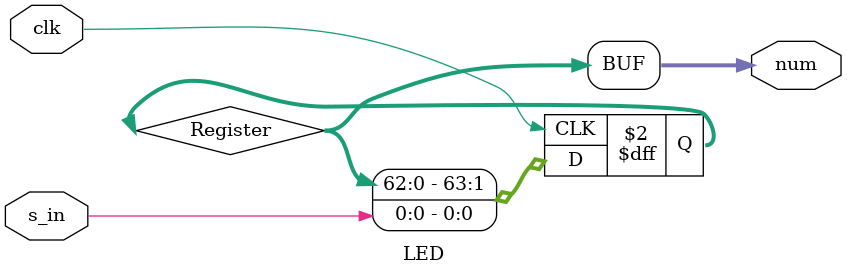
<source format=v>
`timescale 1ns / 1ps
module LED(
	input wire clk,
	input wire s_in,
	output wire [63:0] num
    );
	reg [63:0] Register;
	always @(posedge clk) begin
		Register <= {Register[62:0], s_in};
	end
	assign num = Register;

endmodule

</source>
